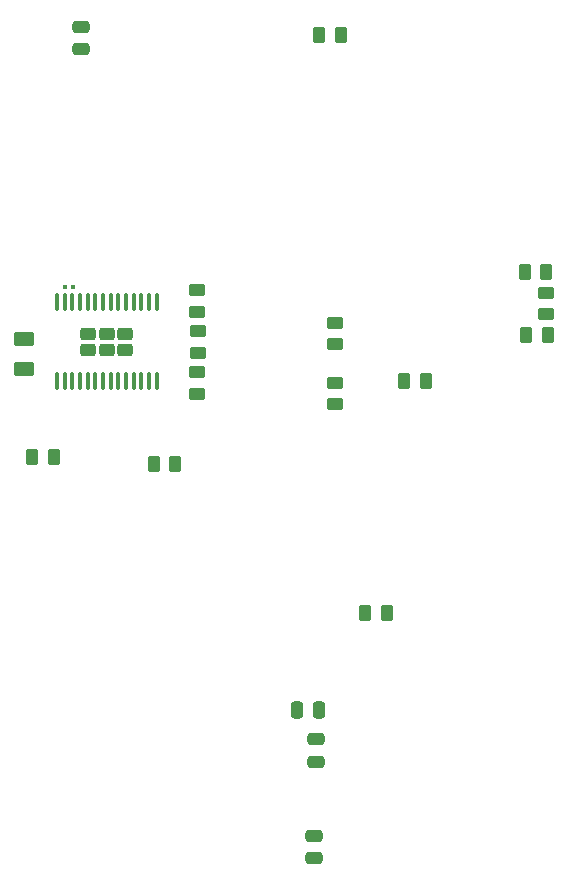
<source format=gbr>
%TF.GenerationSoftware,KiCad,Pcbnew,9.0.5-9.0.5~ubuntu24.04.1*%
%TF.CreationDate,2025-12-28T13:44:13+09:00*%
%TF.ProjectId,bdm-reverb,62646d2d-7265-4766-9572-622e6b696361,rev?*%
%TF.SameCoordinates,Original*%
%TF.FileFunction,Paste,Top*%
%TF.FilePolarity,Positive*%
%FSLAX46Y46*%
G04 Gerber Fmt 4.6, Leading zero omitted, Abs format (unit mm)*
G04 Created by KiCad (PCBNEW 9.0.5-9.0.5~ubuntu24.04.1) date 2025-12-28 13:44:13*
%MOMM*%
%LPD*%
G01*
G04 APERTURE LIST*
G04 Aperture macros list*
%AMRoundRect*
0 Rectangle with rounded corners*
0 $1 Rounding radius*
0 $2 $3 $4 $5 $6 $7 $8 $9 X,Y pos of 4 corners*
0 Add a 4 corners polygon primitive as box body*
4,1,4,$2,$3,$4,$5,$6,$7,$8,$9,$2,$3,0*
0 Add four circle primitives for the rounded corners*
1,1,$1+$1,$2,$3*
1,1,$1+$1,$4,$5*
1,1,$1+$1,$6,$7*
1,1,$1+$1,$8,$9*
0 Add four rect primitives between the rounded corners*
20,1,$1+$1,$2,$3,$4,$5,0*
20,1,$1+$1,$4,$5,$6,$7,0*
20,1,$1+$1,$6,$7,$8,$9,0*
20,1,$1+$1,$8,$9,$2,$3,0*%
G04 Aperture macros list end*
%ADD10RoundRect,0.250000X-0.475000X0.250000X-0.475000X-0.250000X0.475000X-0.250000X0.475000X0.250000X0*%
%ADD11RoundRect,0.250000X-0.250000X-0.475000X0.250000X-0.475000X0.250000X0.475000X-0.250000X0.475000X0*%
%ADD12RoundRect,0.250000X0.475000X-0.250000X0.475000X0.250000X-0.475000X0.250000X-0.475000X-0.250000X0*%
%ADD13RoundRect,0.250000X0.262500X0.450000X-0.262500X0.450000X-0.262500X-0.450000X0.262500X-0.450000X0*%
%ADD14RoundRect,0.250000X0.450000X-0.262500X0.450000X0.262500X-0.450000X0.262500X-0.450000X-0.262500X0*%
%ADD15RoundRect,0.250000X-0.262500X-0.450000X0.262500X-0.450000X0.262500X0.450000X-0.262500X0.450000X0*%
%ADD16RoundRect,0.250000X-0.390000X0.300000X-0.390000X-0.300000X0.390000X-0.300000X0.390000X0.300000X0*%
%ADD17RoundRect,0.100000X-0.100000X0.637500X-0.100000X-0.637500X0.100000X-0.637500X0.100000X0.637500X0*%
%ADD18RoundRect,0.250000X0.625000X-0.350000X0.625000X0.350000X-0.625000X0.350000X-0.625000X-0.350000X0*%
%ADD19RoundRect,0.079500X-0.079500X-0.100500X0.079500X-0.100500X0.079500X0.100500X-0.079500X0.100500X0*%
%ADD20RoundRect,0.250000X-0.450000X0.262500X-0.450000X-0.262500X0.450000X-0.262500X0.450000X0.262500X0*%
G04 APERTURE END LIST*
D10*
%TO.C,C40*%
X203400000Y-40850000D03*
X203400000Y-42750000D03*
%TD*%
D11*
%TO.C,C39*%
X221700000Y-98700000D03*
X223600000Y-98700000D03*
%TD*%
D10*
%TO.C,C38*%
X223200000Y-109350000D03*
X223200000Y-111250000D03*
%TD*%
D12*
%TO.C,C37*%
X223300000Y-103100000D03*
X223300000Y-101200000D03*
%TD*%
D13*
%TO.C,R12*%
X230787500Y-70900000D03*
X232612500Y-70900000D03*
%TD*%
D14*
%TO.C,R15*%
X242800000Y-63400000D03*
X242800000Y-65225000D03*
%TD*%
D13*
%TO.C,R14*%
X241000000Y-61600000D03*
X242825000Y-61600000D03*
%TD*%
%TO.C,R13*%
X241125000Y-67000000D03*
X242950000Y-67000000D03*
%TD*%
D15*
%TO.C,R16*%
X223587500Y-41600000D03*
X225412500Y-41600000D03*
%TD*%
%TO.C,R1*%
X199287500Y-77300000D03*
X201112500Y-77300000D03*
%TD*%
D14*
%TO.C,R6*%
X213250000Y-71950000D03*
X213250000Y-70125000D03*
%TD*%
%TO.C,R7*%
X224925000Y-67737500D03*
X224925000Y-65912500D03*
%TD*%
D13*
%TO.C,R2*%
X211425000Y-77900000D03*
X209600000Y-77900000D03*
%TD*%
D16*
%TO.C,VM4220M1*%
X207200000Y-66900000D03*
X205620000Y-66900000D03*
X204040000Y-66900000D03*
X207200000Y-68270000D03*
X205620000Y-68270000D03*
X204040000Y-68270000D03*
D17*
X209845000Y-64172500D03*
X209195000Y-64172500D03*
X208545000Y-64172500D03*
X207895000Y-64172500D03*
X207245000Y-64172500D03*
X206595000Y-64172500D03*
X205945000Y-64172500D03*
X205295000Y-64172500D03*
X204645000Y-64172500D03*
X203995000Y-64172500D03*
X203345000Y-64172500D03*
X202695000Y-64172500D03*
X202045000Y-64172500D03*
X201395000Y-64172500D03*
X201395000Y-70897500D03*
X202045000Y-70897500D03*
X202695000Y-70897500D03*
X203345000Y-70897500D03*
X203995000Y-70897500D03*
X204645000Y-70897500D03*
X205295000Y-70897500D03*
X205945000Y-70897500D03*
X206595000Y-70897500D03*
X207245000Y-70897500D03*
X207895000Y-70897500D03*
X208545000Y-70897500D03*
X209195000Y-70897500D03*
X209845000Y-70897500D03*
%TD*%
D18*
%TO.C,FB1*%
X198600000Y-69875000D03*
X198600000Y-67325000D03*
%TD*%
D15*
%TO.C,R11*%
X227487500Y-90500000D03*
X229312500Y-90500000D03*
%TD*%
D19*
%TO.C,C27*%
X202055000Y-62900000D03*
X202745000Y-62900000D03*
%TD*%
D14*
%TO.C,R5*%
X224925000Y-72850000D03*
X224925000Y-71025000D03*
%TD*%
%TO.C,R10*%
X213375000Y-68487500D03*
X213375000Y-66662500D03*
%TD*%
D20*
%TO.C,R3*%
X213300000Y-63162500D03*
X213300000Y-64987500D03*
%TD*%
M02*

</source>
